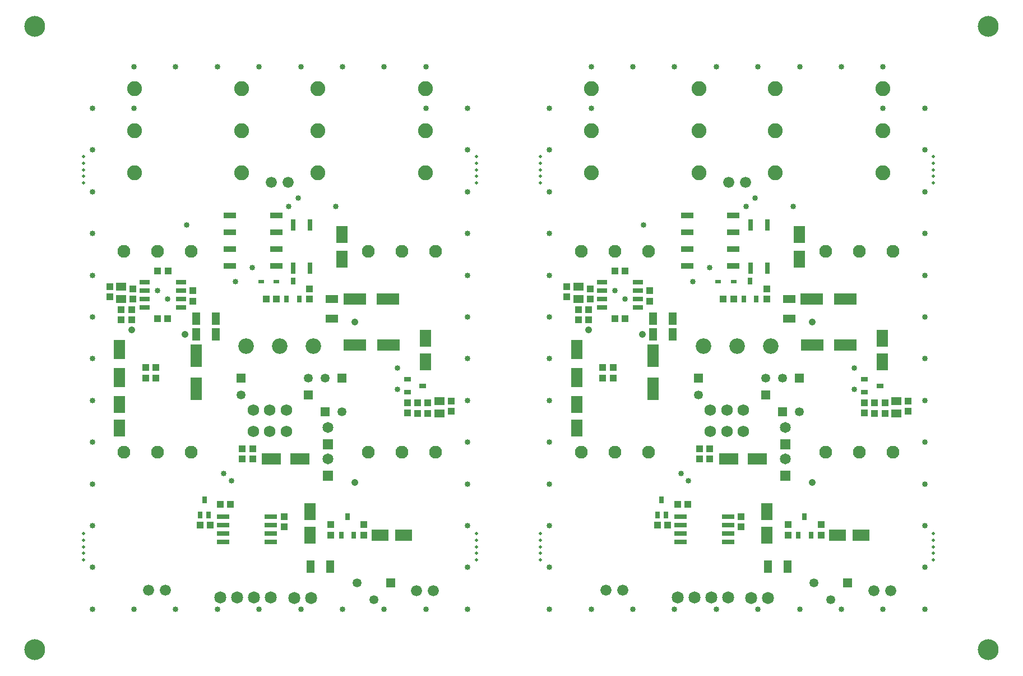
<source format=gts>
G04*
G04 #@! TF.GenerationSoftware,Altium Limited,Altium Designer,19.1.6 (110)*
G04*
G04 Layer_Color=8388736*
%FSLAX25Y25*%
%MOIN*%
G70*
G01*
G75*
%ADD10C,0.11811*%
%ADD33C,0.01968*%
%ADD58C,0.12402*%
%ADD59R,0.02756X0.04134*%
%ADD60R,0.04921X0.07480*%
%ADD61R,0.02953X0.04331*%
%ADD62R,0.10433X0.06890*%
%ADD63R,0.04331X0.04134*%
%ADD64R,0.06890X0.10433*%
%ADD65R,0.07677X0.02953*%
%ADD66R,0.04134X0.04331*%
%ADD67R,0.11614X0.06890*%
%ADD68R,0.07087X0.10433*%
%ADD69R,0.07677X0.03740*%
%ADD70R,0.02953X0.06890*%
%ADD71R,0.04331X0.02953*%
%ADD72R,0.06102X0.04528*%
%ADD73R,0.13189X0.06890*%
%ADD74R,0.03740X0.02165*%
%ADD75R,0.07480X0.04921*%
%ADD76R,0.06890X0.13189*%
%ADD77R,0.06890X0.11614*%
%ADD78R,0.06299X0.02953*%
%ADD79C,0.06591*%
%ADD80C,0.06890*%
%ADD81R,0.05315X0.05315*%
%ADD82C,0.05315*%
%ADD83C,0.07678*%
%ADD84C,0.09252*%
%ADD85C,0.07191*%
%ADD86R,0.05315X0.05315*%
%ADD87R,0.06497X0.06497*%
%ADD88C,0.06497*%
%ADD89C,0.08859*%
%ADD90C,0.03347*%
%ADD91C,0.04091*%
D10*
X11811Y11811D02*
D03*
X578740D02*
D03*
Y381890D02*
D03*
X11811Y381890D02*
D03*
D33*
X312598Y304724D02*
D03*
Y300787D02*
D03*
Y296850D02*
D03*
Y288976D02*
D03*
Y292913D02*
D03*
Y68898D02*
D03*
Y64961D02*
D03*
Y72835D02*
D03*
Y76772D02*
D03*
Y80709D02*
D03*
X546063Y292913D02*
D03*
Y288976D02*
D03*
Y296850D02*
D03*
Y300787D02*
D03*
Y304724D02*
D03*
X546161Y68898D02*
D03*
Y64961D02*
D03*
Y72835D02*
D03*
Y76772D02*
D03*
Y80709D02*
D03*
X274311D02*
D03*
Y76772D02*
D03*
Y72835D02*
D03*
Y64961D02*
D03*
Y68898D02*
D03*
Y304725D02*
D03*
Y300788D02*
D03*
Y296850D02*
D03*
Y288976D02*
D03*
Y292913D02*
D03*
X40748Y80709D02*
D03*
Y76772D02*
D03*
Y72835D02*
D03*
Y64961D02*
D03*
Y68898D02*
D03*
X40748Y292913D02*
D03*
Y288976D02*
D03*
Y296850D02*
D03*
Y300788D02*
D03*
Y304725D02*
D03*
D58*
X11811Y11811D02*
D03*
X578740Y11811D02*
D03*
Y381890D02*
D03*
X11811Y381890D02*
D03*
D59*
X112647Y100571D02*
D03*
X115206Y91713D02*
D03*
X110088D02*
D03*
X384517Y100571D02*
D03*
X387076Y91713D02*
D03*
X381958D02*
D03*
D60*
X175839Y60935D02*
D03*
X187453D02*
D03*
X119340Y199095D02*
D03*
X107726D02*
D03*
X119340Y208347D02*
D03*
X107726D02*
D03*
X447709Y60935D02*
D03*
X459323D02*
D03*
X391210Y199095D02*
D03*
X379596D02*
D03*
X391210Y208347D02*
D03*
X379596D02*
D03*
D61*
X197754Y90627D02*
D03*
X201494Y79800D02*
D03*
X194013D02*
D03*
X165305Y230842D02*
D03*
X169045Y220016D02*
D03*
X161565D02*
D03*
X469624Y90627D02*
D03*
X473364Y79800D02*
D03*
X465883D02*
D03*
X437175Y230842D02*
D03*
X440915Y220016D02*
D03*
X433435D02*
D03*
D62*
X231107Y79800D02*
D03*
X217156D02*
D03*
X502977D02*
D03*
X489026D02*
D03*
D63*
X207596D02*
D03*
Y85902D02*
D03*
X187911Y79800D02*
D03*
Y85902D02*
D03*
X159958Y90784D02*
D03*
Y84682D02*
D03*
X259399Y153382D02*
D03*
Y159484D02*
D03*
X233316Y152398D02*
D03*
Y158500D02*
D03*
X175226Y220016D02*
D03*
Y226118D02*
D03*
X77706Y173209D02*
D03*
Y179311D02*
D03*
X83809Y173209D02*
D03*
Y179311D02*
D03*
X70127Y219961D02*
D03*
Y226063D02*
D03*
X56348Y221339D02*
D03*
Y227441D02*
D03*
X105659Y224980D02*
D03*
Y218878D02*
D03*
X479466Y79800D02*
D03*
Y85902D02*
D03*
X459781Y79800D02*
D03*
Y85902D02*
D03*
X431828Y90784D02*
D03*
Y84682D02*
D03*
X531269Y153382D02*
D03*
Y159484D02*
D03*
X505187Y152398D02*
D03*
Y158500D02*
D03*
X447096Y220016D02*
D03*
Y226118D02*
D03*
X349576Y173209D02*
D03*
Y179311D02*
D03*
X355679Y173209D02*
D03*
Y179311D02*
D03*
X341998Y219961D02*
D03*
Y226063D02*
D03*
X328218Y221339D02*
D03*
Y227441D02*
D03*
X377529Y224980D02*
D03*
Y218878D02*
D03*
D64*
X175411Y93751D02*
D03*
Y79800D02*
D03*
X244045Y196806D02*
D03*
Y182854D02*
D03*
X62260Y157356D02*
D03*
Y143405D02*
D03*
X447281Y93751D02*
D03*
Y79800D02*
D03*
X515915Y196806D02*
D03*
Y182854D02*
D03*
X334130Y157356D02*
D03*
Y143405D02*
D03*
D65*
X123836Y90784D02*
D03*
Y85784D02*
D03*
Y80784D02*
D03*
Y75784D02*
D03*
X152183Y90784D02*
D03*
Y85784D02*
D03*
Y80784D02*
D03*
Y75784D02*
D03*
X395706Y90784D02*
D03*
Y85784D02*
D03*
Y80784D02*
D03*
Y75784D02*
D03*
X424053Y90784D02*
D03*
Y85784D02*
D03*
Y80784D02*
D03*
Y75784D02*
D03*
D66*
X116191Y85807D02*
D03*
X110088D02*
D03*
X122176Y98139D02*
D03*
X128278D02*
D03*
X135285Y131083D02*
D03*
X141387D02*
D03*
X135285Y124980D02*
D03*
X141387D02*
D03*
X245521Y158411D02*
D03*
X239419D02*
D03*
Y152210D02*
D03*
X245521D02*
D03*
X155462Y220016D02*
D03*
X149360D02*
D03*
X63238Y213858D02*
D03*
X69340D02*
D03*
X63238Y207658D02*
D03*
X69340D02*
D03*
X90895Y208347D02*
D03*
X84793D02*
D03*
X90961Y236693D02*
D03*
X84859D02*
D03*
X388061Y85807D02*
D03*
X381958D02*
D03*
X394046Y98139D02*
D03*
X400148D02*
D03*
X407155Y131083D02*
D03*
X413258D02*
D03*
X407155Y124980D02*
D03*
X413258D02*
D03*
X517391Y158411D02*
D03*
X511289D02*
D03*
Y152210D02*
D03*
X517391D02*
D03*
X427332Y220016D02*
D03*
X421230D02*
D03*
X335108Y213858D02*
D03*
X341210D02*
D03*
X335108Y207658D02*
D03*
X341210D02*
D03*
X362765Y208347D02*
D03*
X356663D02*
D03*
X362831Y236693D02*
D03*
X356729D02*
D03*
D67*
X169426Y124980D02*
D03*
X152522D02*
D03*
X441296D02*
D03*
X424392D02*
D03*
D68*
X194537Y243736D02*
D03*
Y258500D02*
D03*
X466407Y243736D02*
D03*
Y258500D02*
D03*
D69*
X127848Y239760D02*
D03*
Y249760D02*
D03*
Y269760D02*
D03*
Y259760D02*
D03*
X155407D02*
D03*
Y269760D02*
D03*
Y249760D02*
D03*
Y239760D02*
D03*
X399718D02*
D03*
Y249760D02*
D03*
Y269760D02*
D03*
Y259760D02*
D03*
X427277D02*
D03*
Y269760D02*
D03*
Y249760D02*
D03*
Y239760D02*
D03*
D70*
X165423Y238323D02*
D03*
X175423D02*
D03*
X165423Y263913D02*
D03*
X175423D02*
D03*
X437293Y238323D02*
D03*
X447293D02*
D03*
X437293Y263913D02*
D03*
X447293D02*
D03*
D71*
X233316Y172224D02*
D03*
Y164744D02*
D03*
X242568Y168484D02*
D03*
X505187Y172224D02*
D03*
Y164744D02*
D03*
X514439Y168484D02*
D03*
D72*
X252411Y152210D02*
D03*
Y159494D02*
D03*
X63238Y227441D02*
D03*
Y220158D02*
D03*
X524281Y152210D02*
D03*
Y159494D02*
D03*
X335108Y227441D02*
D03*
Y220158D02*
D03*
D73*
X202031Y220059D02*
D03*
X221885D02*
D03*
X202130Y192795D02*
D03*
X221983D02*
D03*
X473902Y220059D02*
D03*
X493755D02*
D03*
X474000Y192795D02*
D03*
X493854D02*
D03*
D74*
X146407Y230252D02*
D03*
X155462D02*
D03*
X418277D02*
D03*
X427332D02*
D03*
D75*
X188435Y219961D02*
D03*
Y208347D02*
D03*
X460305Y219961D02*
D03*
Y208347D02*
D03*
D76*
X107726Y186496D02*
D03*
Y166643D02*
D03*
X379596Y186496D02*
D03*
Y166643D02*
D03*
D77*
X62253Y190125D02*
D03*
Y173221D02*
D03*
X334124Y190125D02*
D03*
Y173221D02*
D03*
D78*
X98638Y214976D02*
D03*
Y219976D02*
D03*
Y224976D02*
D03*
Y229976D02*
D03*
X77182Y214976D02*
D03*
Y219976D02*
D03*
Y224976D02*
D03*
Y229976D02*
D03*
X370509Y214976D02*
D03*
Y219976D02*
D03*
Y224976D02*
D03*
Y229976D02*
D03*
X349052Y214976D02*
D03*
Y219976D02*
D03*
Y224976D02*
D03*
Y229976D02*
D03*
D79*
X162549Y289350D02*
D03*
X152549D02*
D03*
X89584Y47024D02*
D03*
X79584D02*
D03*
X248869Y46729D02*
D03*
X238869D02*
D03*
X434419Y289350D02*
D03*
X424419D02*
D03*
X361454Y47024D02*
D03*
X351454D02*
D03*
X520739Y46729D02*
D03*
X510739D02*
D03*
D80*
X151525Y153917D02*
D03*
X161368D02*
D03*
X141683D02*
D03*
Y141319D02*
D03*
X161368D02*
D03*
X151525D02*
D03*
X423395Y153917D02*
D03*
X433238D02*
D03*
X413553D02*
D03*
Y141319D02*
D03*
X433238D02*
D03*
X423395D02*
D03*
D81*
X174454Y162890D02*
D03*
X134454Y172890D02*
D03*
X223379Y51257D02*
D03*
X446324Y162890D02*
D03*
X406324Y172890D02*
D03*
X495249Y51257D02*
D03*
D82*
X134454Y162890D02*
D03*
X174454Y172890D02*
D03*
X184572D02*
D03*
X213379Y41257D02*
D03*
X203379Y51257D02*
D03*
X194572Y152890D02*
D03*
X406324Y162890D02*
D03*
X446324Y172890D02*
D03*
X456442D02*
D03*
X485249Y41257D02*
D03*
X475249Y51257D02*
D03*
X466442Y152890D02*
D03*
D83*
X250289Y248496D02*
D03*
X230289D02*
D03*
X210289D02*
D03*
X250289Y128996D02*
D03*
X230289D02*
D03*
X210289D02*
D03*
X104815D02*
D03*
X84814D02*
D03*
X64814D02*
D03*
X104815Y248522D02*
D03*
X84814D02*
D03*
X64814D02*
D03*
X522159Y248496D02*
D03*
X502159D02*
D03*
X482159D02*
D03*
X522159Y128996D02*
D03*
X502159D02*
D03*
X482159D02*
D03*
X376684D02*
D03*
X356684D02*
D03*
X336684D02*
D03*
X376684Y248522D02*
D03*
X356684D02*
D03*
X336684D02*
D03*
D84*
X137489Y191996D02*
D03*
X157489D02*
D03*
X177489D02*
D03*
X409359D02*
D03*
X429359D02*
D03*
X449359D02*
D03*
D85*
X175982Y42497D02*
D03*
X165982D02*
D03*
X132183Y42595D02*
D03*
X122183D02*
D03*
X142183D02*
D03*
X152183D02*
D03*
X447852Y42497D02*
D03*
X437852D02*
D03*
X404053Y42595D02*
D03*
X394053D02*
D03*
X414053D02*
D03*
X424053D02*
D03*
D86*
X184572Y152890D02*
D03*
X194572Y172890D02*
D03*
X456442Y152890D02*
D03*
X466442Y172890D02*
D03*
D87*
X186171Y133858D02*
D03*
Y114961D02*
D03*
X458041Y133858D02*
D03*
Y114961D02*
D03*
D88*
X186171Y143858D02*
D03*
Y124961D02*
D03*
X458041Y143858D02*
D03*
Y124961D02*
D03*
D89*
X180202Y320096D02*
D03*
X244100D02*
D03*
X180202Y345096D02*
D03*
X244100D02*
D03*
X180202Y295096D02*
D03*
X244100D02*
D03*
X70976Y320096D02*
D03*
X134874D02*
D03*
X70976Y345096D02*
D03*
X134874D02*
D03*
X70976Y295096D02*
D03*
X134874D02*
D03*
X452072Y320096D02*
D03*
X515971D02*
D03*
X452072Y345096D02*
D03*
X515971D02*
D03*
X452072Y295096D02*
D03*
X515971D02*
D03*
X342846Y320096D02*
D03*
X406744D02*
D03*
X342846Y345096D02*
D03*
X406744D02*
D03*
X342846Y295096D02*
D03*
X406744D02*
D03*
D90*
X145189Y35796D02*
D03*
X128691Y112185D02*
D03*
X124163Y116417D02*
D03*
X227411Y166417D02*
D03*
Y179114D02*
D03*
X45989Y60596D02*
D03*
X269189Y258996D02*
D03*
X45989D02*
D03*
X194789Y358196D02*
D03*
X269189Y234196D02*
D03*
X244389Y358196D02*
D03*
X70789Y35796D02*
D03*
X269189Y283796D02*
D03*
X45989Y234196D02*
D03*
X120389Y35796D02*
D03*
X269189Y308596D02*
D03*
Y35796D02*
D03*
X70789Y333396D02*
D03*
X244389Y35796D02*
D03*
X45989Y308596D02*
D03*
Y110196D02*
D03*
Y184596D02*
D03*
Y159796D02*
D03*
X269189D02*
D03*
X219589Y358196D02*
D03*
X169989D02*
D03*
X269189Y333396D02*
D03*
X120389Y358196D02*
D03*
X70789D02*
D03*
X45989Y209396D02*
D03*
Y35796D02*
D03*
X269189Y134996D02*
D03*
X45989Y333396D02*
D03*
X194789Y35796D02*
D03*
X269189Y60596D02*
D03*
X145189Y358196D02*
D03*
X269189Y184596D02*
D03*
X219589Y35796D02*
D03*
X244389Y333396D02*
D03*
X169989Y35796D02*
D03*
X45989Y134996D02*
D03*
Y283796D02*
D03*
X269189Y110196D02*
D03*
Y209396D02*
D03*
Y85396D02*
D03*
X95589Y35796D02*
D03*
X45989Y85396D02*
D03*
X95589Y358196D02*
D03*
X190895Y275035D02*
D03*
X162844D02*
D03*
X168356Y280068D02*
D03*
X131096Y230252D02*
D03*
X141188Y238757D02*
D03*
X102017Y264104D02*
D03*
X90895Y219976D02*
D03*
X84793Y224976D02*
D03*
X417059Y35796D02*
D03*
X400561Y112185D02*
D03*
X396033Y116417D02*
D03*
X499281Y166417D02*
D03*
Y179114D02*
D03*
X317859Y60596D02*
D03*
X541059Y258996D02*
D03*
X317859D02*
D03*
X466659Y358196D02*
D03*
X541059Y234196D02*
D03*
X516259Y358196D02*
D03*
X342659Y35796D02*
D03*
X541059Y283796D02*
D03*
X317859Y234196D02*
D03*
X392259Y35796D02*
D03*
X541059Y308596D02*
D03*
Y35796D02*
D03*
X342659Y333396D02*
D03*
X516259Y35796D02*
D03*
X317859Y308596D02*
D03*
Y110196D02*
D03*
Y184596D02*
D03*
Y159796D02*
D03*
X541059D02*
D03*
X491459Y358196D02*
D03*
X441859D02*
D03*
X541059Y333396D02*
D03*
X392259Y358196D02*
D03*
X342659D02*
D03*
X317859Y209396D02*
D03*
Y35796D02*
D03*
X541059Y134996D02*
D03*
X317859Y333396D02*
D03*
X466659Y35796D02*
D03*
X541059Y60596D02*
D03*
X417059Y358196D02*
D03*
X541059Y184596D02*
D03*
X491459Y35796D02*
D03*
X516259Y333396D02*
D03*
X441859Y35796D02*
D03*
X317859Y134996D02*
D03*
Y283796D02*
D03*
X541059Y110196D02*
D03*
Y209396D02*
D03*
Y85396D02*
D03*
X367459Y35796D02*
D03*
X317859Y85396D02*
D03*
X367459Y358196D02*
D03*
X462765Y275035D02*
D03*
X434714D02*
D03*
X440226Y280068D02*
D03*
X402966Y230252D02*
D03*
X413058Y238757D02*
D03*
X373887Y264104D02*
D03*
X362765Y219976D02*
D03*
X356663Y224976D02*
D03*
D91*
X202214Y111201D02*
D03*
X202116Y206378D02*
D03*
X69340Y201654D02*
D03*
X101131Y199095D02*
D03*
X474084Y111201D02*
D03*
X473986Y206378D02*
D03*
X341210Y201654D02*
D03*
X373002Y199095D02*
D03*
M02*

</source>
